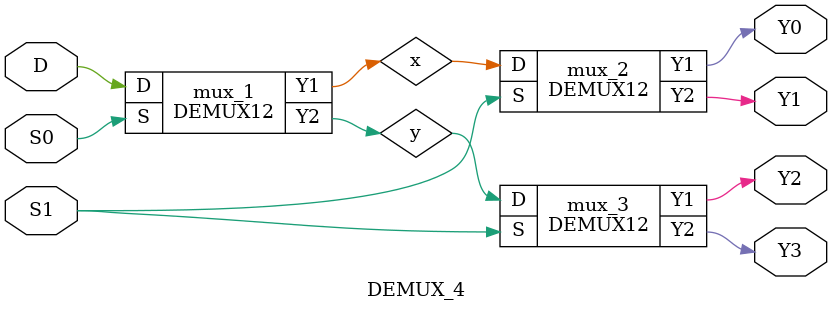
<source format=v>
module NOT(Y,A);
	input A;
	output Y;
	nand(Y,A,A);
endmodule
module AND(Y,A,B);
	input A,B;
	output Y;
	wire x;	
	nand(x,A,B);
	nand(Y,x,x);
endmodule

module DEMUX12(Y1,Y2,S,D);
	output Y1,Y2;
	input S,D;
	wire s;
	NOT n_1(s,S);
	AND and_1(Y1,s,D);
	AND and_2(Y2,S,D);
endmodule

module DEMUX_4(Y0,Y1,Y2,Y3,S0,S1,D);
input S0,S1,D;
output Y0,Y1,Y2,Y3;
wire x,y;
DEMUX12 mux_1(x,y,S0,D);
DEMUX12 mux_2(Y0,Y1,S1,x);
DEMUX12 mux_3(Y2,Y3,S1,y);
endmodule
</source>
